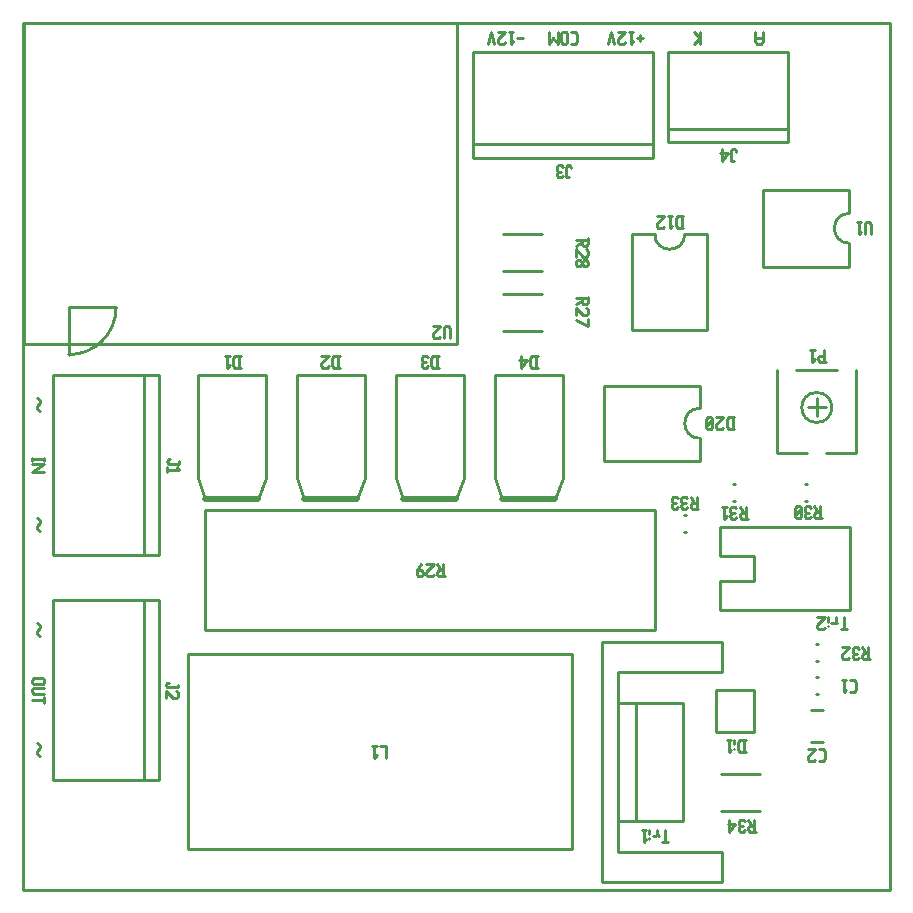
<source format=gbr>
G04 start of page 8 for group -4079 idx -4079 *
G04 Title: (unknown), topsilk *
G04 Creator: pcb 20110918 *
G04 CreationDate: Tue 27 May 2014 02:17:58 AM GMT UTC *
G04 For: railfan *
G04 Format: Gerber/RS-274X *
G04 PCB-Dimensions: 290000 290000 *
G04 PCB-Coordinate-Origin: lower left *
%MOIN*%
%FSLAX25Y25*%
%LNTOPSILK*%
%ADD86C,0.0200*%
%ADD85C,0.0100*%
G54D85*X15702Y194630D02*X31457D01*
X15702D02*Y178858D01*
X500Y289500D02*X289500D01*
Y500D01*
X500D02*Y289500D01*
X289500Y500D02*X500D01*
X15702Y178859D02*G75*G03X31456Y194613I0J15754D01*G01*
X205000Y284500D02*X207000D01*
X206000Y285500D02*Y283500D01*
X203800Y283300D02*X203000Y282500D01*
Y286500D02*Y282500D01*
X202300Y286500D02*X203800D01*
X201100Y283000D02*X200600Y282500D01*
X199100D02*X200600D01*
X199100D02*X198600Y283000D01*
Y284000D02*Y283000D01*
X201100Y286500D02*X198600Y284000D01*
Y286500D02*X201100D01*
X197400Y282500D02*X196400Y286500D01*
X195400Y282500D01*
X183000Y286500D02*X184300D01*
X185000Y285800D02*X184300Y286500D01*
X185000Y285800D02*Y283200D01*
X184300Y282500D01*
X183000D02*X184300D01*
X181800Y286000D02*Y283000D01*
X181300Y282500D01*
X180300D02*X181300D01*
X180300D02*X179800Y283000D01*
Y286000D02*Y283000D01*
X180300Y286500D02*X179800Y286000D01*
X180300Y286500D02*X181300D01*
X181800Y286000D02*X181300Y286500D01*
X178600D02*Y282500D01*
X177100Y284500D01*
X175600Y282500D01*
Y286500D02*Y282500D01*
X165000Y284500D02*X167000D01*
X163800Y283300D02*X163000Y282500D01*
Y286500D02*Y282500D01*
X162300Y286500D02*X163800D01*
X161100Y283000D02*X160600Y282500D01*
X159100D02*X160600D01*
X159100D02*X158600Y283000D01*
Y284000D02*Y283000D01*
X161100Y286500D02*X158600Y284000D01*
Y286500D02*X161100D01*
X157400Y282500D02*X156400Y286500D01*
X155400Y282500D01*
X247000Y286500D02*Y283500D01*
X246300Y282500D01*
X245200D02*X246300D01*
X245200D02*X244500Y283500D01*
Y286500D02*Y283500D01*
Y284500D02*X247000D01*
X226000Y286500D02*Y282500D01*
Y284500D02*X224000Y282500D01*
X226000Y284500D02*X224000Y286500D01*
X5200Y164500D02*X6100Y163600D01*
Y162700D01*
X5200Y161800D01*
Y160900D01*
X6100Y160000D01*
X7500Y144500D02*Y143500D01*
X3500Y144000D02*X7500D01*
X3500Y144500D02*Y143500D01*
Y142300D02*X7500D01*
X3500Y139800D01*
X7500D01*
X5200Y124500D02*X6100Y123600D01*
Y122700D01*
X5200Y121800D01*
Y120900D01*
X6100Y120000D01*
X4000Y71000D02*X7000D01*
X7500Y70500D01*
Y69500D01*
X7000Y69000D01*
X4000D02*X7000D01*
X3500Y69500D02*X4000Y69000D01*
X3500Y70500D02*Y69500D01*
X4000Y71000D02*X3500Y70500D01*
X4000Y67800D02*X7500D01*
X4000D02*X3500Y67300D01*
Y66300D01*
X4000Y65800D01*
X7500D01*
Y64600D02*Y62600D01*
X3500Y63600D02*X7500D01*
X5200Y49500D02*X6100Y48600D01*
Y47700D01*
X5200Y46800D01*
Y45900D01*
X6100Y45000D01*
X5200Y89500D02*X6100Y88600D01*
Y87700D01*
X5200Y86800D01*
Y85900D01*
X6100Y85000D01*
X10300Y172000D02*Y112000D01*
X45700Y172000D02*Y112000D01*
X40800Y172000D02*Y112000D01*
X10300Y172000D02*X45700D01*
X10300Y112000D02*X45700D01*
G54D86*X61100Y130900D02*X78900D01*
G54D85*X81400Y137900D01*
Y172100D02*Y137900D01*
X58600Y172100D02*X81400D01*
X58600D02*Y137900D01*
X61100Y130900D01*
G54D86*X94100D02*X111900D01*
G54D85*X114400Y137900D01*
Y172100D02*Y137900D01*
X91600Y172100D02*X114400D01*
X91600D02*Y137900D01*
X94100Y130900D01*
X741Y289512D02*X145230D01*
X741D02*Y182425D01*
X145230Y289512D02*Y182425D01*
X741D02*X145230D01*
X10300Y97000D02*Y37000D01*
X45700Y97000D02*Y37000D01*
X40800Y97000D02*Y37000D01*
X10300Y97000D02*X45700D01*
X10300Y37000D02*X45700D01*
X61000Y127000D02*X211000D01*
X61000Y87000D02*X211000D01*
X61000D02*Y127000D01*
X211000Y87000D02*Y127000D01*
X276209Y121280D02*Y93720D01*
X232709Y121280D02*X276209D01*
X232709Y93720D02*X276209D01*
X232709Y121280D02*Y111700D01*
X244209D01*
X232709Y103300D02*Y93720D01*
Y103300D02*X244209D01*
Y111700D02*Y103300D01*
X55500Y14000D02*X183500D01*
X55500Y79000D02*X183500D01*
Y14000D01*
X55500Y79000D02*Y14000D01*
X220343Y62685D02*Y23315D01*
X198689Y73000D02*Y13000D01*
X204595Y62685D02*Y23315D01*
X198689Y62685D02*X220343D01*
X198689Y23315D02*X220343D01*
X193500Y83000D02*Y3000D01*
X233500D01*
Y13000D02*Y3000D01*
X198689Y13000D02*X233500D01*
X193500Y83000D02*X233500D01*
Y73000D01*
X198689D02*X233500D01*
X264607Y76745D02*X265393D01*
X264607Y82255D02*X265393D01*
X261107Y130245D02*X261893D01*
X261107Y135755D02*X261893D01*
X264607Y71255D02*X265393D01*
X264607Y65745D02*X265393D01*
X263032Y60314D02*X266968D01*
X263032Y49686D02*X266968D01*
X275870Y233795D02*Y226000D01*
Y216000D02*Y208205D01*
X247130D02*X275870D01*
X247130Y233795D02*Y208205D01*
Y233795D02*X275870D01*
Y226000D02*G75*G03X275870Y216000I0J-5000D01*G01*
G54D86*X127100Y130900D02*X144900D01*
G54D85*X147400Y137900D01*
Y172100D02*Y137900D01*
X124600Y172100D02*X147400D01*
X124600D02*Y137900D01*
X127100Y130900D01*
G54D86*X160100D02*X177900D01*
G54D85*X180400Y137900D01*
Y172100D02*Y137900D01*
X157600Y172100D02*X180400D01*
X157600D02*Y137900D01*
X160100Y130900D01*
X220607Y125255D02*X221393D01*
X220607Y119745D02*X221393D01*
X237107Y135755D02*X237893D01*
X237107Y130245D02*X237893D01*
X226000Y168500D02*Y161000D01*
Y151000D02*Y143500D01*
X194000D02*X226000D01*
X194000Y168500D02*Y143500D01*
Y168500D02*X226000D01*
Y161000D02*G75*G03X226000Y151000I0J-5000D01*G01*
X278209Y173858D02*Y146142D01*
X268200D02*X278209D01*
X251791D02*X261800D01*
X251791Y173858D02*Y146142D01*
X258200Y173858D02*X271800D01*
X265000Y164260D02*Y158260D01*
X262000Y161260D02*X268000D01*
X265000Y166260D02*G75*G03X265000Y166260I0J-5000D01*G01*
X244246Y67121D02*Y53221D01*
X231446Y67121D02*X244246D01*
X231446D02*Y53221D01*
X244246D01*
X233000Y26900D02*X246000D01*
X233000Y39100D02*X246000D01*
X160500Y219100D02*X173500D01*
X160500Y206900D02*X173500D01*
X160500Y199100D02*X173500D01*
X160500Y186900D02*X173500D01*
X203500Y219000D02*X211000D01*
X221000D02*X228500D01*
Y187000D01*
X203500D02*X228500D01*
X203500Y219000D02*Y187000D01*
X211000Y219000D02*G75*G03X221000Y219000I5000J0D01*G01*
X150500Y279700D02*X210500D01*
X150500Y244300D02*X210500D01*
X150500Y249200D02*X210500D01*
Y279700D02*Y244300D01*
X150500Y279700D02*Y244300D01*
X215500Y279800D02*X255500D01*
X215500Y249800D02*X255500D01*
X215500Y254200D02*X255500D01*
Y279800D02*Y249800D01*
X215500Y279800D02*Y249800D01*
X52500Y143300D02*Y142500D01*
X49000D02*X52500D01*
X48500Y143000D02*X49000Y142500D01*
X48500Y143500D02*Y143000D01*
X49000Y144000D02*X48500Y143500D01*
X49000Y144000D02*X49500D01*
X51700Y141300D02*X52500Y140500D01*
X48500D02*X52500D01*
X48500Y141300D02*Y139800D01*
X72500Y178500D02*Y174500D01*
X71200D02*X70500Y175200D01*
Y177800D02*Y175200D01*
X71200Y178500D02*X70500Y177800D01*
X71200Y178500D02*X73000D01*
X71200Y174500D02*X73000D01*
X69300Y175300D02*X68500Y174500D01*
Y178500D02*Y174500D01*
X67800Y178500D02*X69300D01*
X105500D02*Y174500D01*
X104200D02*X103500Y175200D01*
Y177800D02*Y175200D01*
X104200Y178500D02*X103500Y177800D01*
X104200Y178500D02*X106000D01*
X104200Y174500D02*X106000D01*
X102300Y175000D02*X101800Y174500D01*
X100300D02*X101800D01*
X100300D02*X99800Y175000D01*
Y176000D02*Y175000D01*
X102300Y178500D02*X99800Y176000D01*
Y178500D02*X102300D01*
X239922Y124207D02*X241922D01*
X239922D02*X239422Y124707D01*
Y125707D02*Y124707D01*
X239922Y126207D02*X239422Y125707D01*
X239922Y126207D02*X241422D01*
Y128207D02*Y124207D01*
X240622Y126207D02*X239422Y128207D01*
X238222Y124707D02*X237722Y124207D01*
X236722D02*X237722D01*
X236722D02*X236222Y124707D01*
X236722Y128207D02*X236222Y127707D01*
X236722Y128207D02*X237722D01*
X238222Y127707D02*X237722Y128207D01*
X236722Y126007D02*X237722D01*
X236222Y125507D02*Y124707D01*
Y127707D02*Y126507D01*
X236722Y126007D01*
X236222Y125507D02*X236722Y126007D01*
X235022Y125007D02*X234222Y124207D01*
Y128207D02*Y124207D01*
X233522Y128207D02*X235022D01*
X240779Y50446D02*Y46446D01*
X239479D02*X238779Y47146D01*
Y49746D02*Y47146D01*
X239479Y50446D02*X238779Y49746D01*
X239479Y50446D02*X241279D01*
X239479Y46446D02*X241279D01*
X237579Y47546D02*Y47446D01*
Y50446D02*Y48946D01*
X236579Y47246D02*X235779Y46446D01*
Y50446D02*Y46446D01*
X235079Y50446D02*X236579D01*
X242650Y19850D02*X244650D01*
X242650D02*X242150Y20350D01*
Y21350D02*Y20350D01*
X242650Y21850D02*X242150Y21350D01*
X242650Y21850D02*X244150D01*
Y23850D02*Y19850D01*
X243350Y21850D02*X242150Y23850D01*
X240950Y20350D02*X240450Y19850D01*
X239450D02*X240450D01*
X239450D02*X238950Y20350D01*
X239450Y23850D02*X238950Y23350D01*
X239450Y23850D02*X240450D01*
X240950Y23350D02*X240450Y23850D01*
X239450Y21650D02*X240450D01*
X238950Y21150D02*Y20350D01*
Y23350D02*Y22150D01*
X239450Y21650D01*
X238950Y21150D02*X239450Y21650D01*
X237750Y22350D02*X235750Y19850D01*
X235250Y22350D02*X237750D01*
X235750Y23850D02*Y19850D01*
X213500Y16500D02*X215500D01*
X214500Y20500D02*Y16500D01*
X211800Y20500D02*Y19000D01*
X211300Y18500D01*
X210300D02*X211300D01*
X212300D02*X211800Y19000D01*
X209100Y17600D02*Y17500D01*
Y20500D02*Y19000D01*
X208100Y17300D02*X207300Y16500D01*
Y20500D02*Y16500D01*
X206600Y20500D02*X208100D01*
X139000Y105000D02*X141000D01*
X139000D02*X138500Y105500D01*
Y106500D02*Y105500D01*
X139000Y107000D02*X138500Y106500D01*
X139000Y107000D02*X140500D01*
Y109000D02*Y105000D01*
X139700Y107000D02*X138500Y109000D01*
X137300Y105500D02*X136800Y105000D01*
X135300D02*X136800D01*
X135300D02*X134800Y105500D01*
Y106500D02*Y105500D01*
X137300Y109000D02*X134800Y106500D01*
Y109000D02*X137300D01*
X133100D02*X131600Y107000D01*
Y105500D01*
X132100Y105000D02*X131600Y105500D01*
X132100Y105000D02*X133100D01*
X133600Y105500D02*X133100Y105000D01*
X133600Y106500D02*Y105500D01*
Y106500D02*X133100Y107000D01*
X131600D02*X133100D01*
X121500Y48500D02*Y44500D01*
X119500Y48500D02*X121500D01*
X118300Y45300D02*X117500Y44500D01*
Y48500D02*Y44500D01*
X116800Y48500D02*X118300D01*
X52000Y68800D02*Y68000D01*
X48500D02*X52000D01*
X48000Y68500D02*X48500Y68000D01*
X48000Y69000D02*Y68500D01*
X48500Y69500D02*X48000Y69000D01*
X48500Y69500D02*X49000D01*
X51500Y66800D02*X52000Y66300D01*
Y64800D01*
X51500Y64300D01*
X50500D02*X51500D01*
X48000Y66800D02*X50500Y64300D01*
X48000Y66800D02*Y64300D01*
X273000Y87291D02*X275000D01*
X274000Y91291D02*Y87291D01*
X271300Y91291D02*Y89791D01*
X270800Y89291D01*
X269800D02*X270800D01*
X271800D02*X271300Y89791D01*
X268600Y88391D02*Y88291D01*
Y91291D02*Y89791D01*
X267600Y87791D02*X267100Y87291D01*
X265600D02*X267100D01*
X265600D02*X265100Y87791D01*
Y88791D02*Y87791D01*
X267600Y91291D02*X265100Y88791D01*
Y91291D02*X267600D01*
X280650Y77350D02*X282650D01*
X280650D02*X280150Y77850D01*
Y78850D02*Y77850D01*
X280650Y79350D02*X280150Y78850D01*
X280650Y79350D02*X282150D01*
Y81350D02*Y77350D01*
X281350Y79350D02*X280150Y81350D01*
X278950Y77850D02*X278450Y77350D01*
X277450D02*X278450D01*
X277450D02*X276950Y77850D01*
X277450Y81350D02*X276950Y80850D01*
X277450Y81350D02*X278450D01*
X278950Y80850D02*X278450Y81350D01*
X277450Y79150D02*X278450D01*
X276950Y78650D02*Y77850D01*
Y80850D02*Y79650D01*
X277450Y79150D01*
X276950Y78650D02*X277450Y79150D01*
X275750Y77850D02*X275250Y77350D01*
X273750D02*X275250D01*
X273750D02*X273250Y77850D01*
Y78850D02*Y77850D01*
X275750Y81350D02*X273250Y78850D01*
Y81350D02*X275750D01*
X276064Y70350D02*X277364D01*
X278064Y69650D02*X277364Y70350D01*
X278064Y69650D02*Y67050D01*
X277364Y66350D01*
X276064D02*X277364D01*
X274864Y67150D02*X274064Y66350D01*
Y70350D02*Y66350D01*
X273364Y70350D02*X274864D01*
X265650Y47350D02*X266950D01*
X267650Y46650D02*X266950Y47350D01*
X267650Y46650D02*Y44050D01*
X266950Y43350D01*
X265650D02*X266950D01*
X264450Y43850D02*X263950Y43350D01*
X262450D02*X263950D01*
X262450D02*X261950Y43850D01*
Y44850D02*Y43850D01*
X264450Y47350D02*X261950Y44850D01*
Y47350D02*X264450D01*
X264693Y124350D02*X266693D01*
X264693D02*X264193Y124850D01*
Y125850D02*Y124850D01*
X264693Y126350D02*X264193Y125850D01*
X264693Y126350D02*X266193D01*
Y128350D02*Y124350D01*
X265393Y126350D02*X264193Y128350D01*
X262993Y124850D02*X262493Y124350D01*
X261493D02*X262493D01*
X261493D02*X260993Y124850D01*
X261493Y128350D02*X260993Y127850D01*
X261493Y128350D02*X262493D01*
X262993Y127850D02*X262493Y128350D01*
X261493Y126150D02*X262493D01*
X260993Y125650D02*Y124850D01*
Y127850D02*Y126650D01*
X261493Y126150D01*
X260993Y125650D02*X261493Y126150D01*
X259793Y127850D02*X259293Y128350D01*
X259793Y127850D02*Y124850D01*
X259293Y124350D01*
X258293D02*X259293D01*
X258293D02*X257793Y124850D01*
Y127850D02*Y124850D01*
X258293Y128350D02*X257793Y127850D01*
X258293Y128350D02*X259293D01*
X259793Y127350D02*X257793Y125350D01*
X283000Y222500D02*Y219000D01*
Y222500D02*X282500Y223000D01*
X281500D02*X282500D01*
X281500D02*X281000Y222500D01*
Y219000D01*
X279800Y219800D02*X279000Y219000D01*
Y223000D02*Y219000D01*
X278300Y223000D02*X279800D01*
X223500Y127500D02*X225500D01*
X223500D02*X223000Y128000D01*
Y129000D02*Y128000D01*
X223500Y129500D02*X223000Y129000D01*
X223500Y129500D02*X225000D01*
Y131500D02*Y127500D01*
X224200Y129500D02*X223000Y131500D01*
X221800Y128000D02*X221300Y127500D01*
X220300D02*X221300D01*
X220300D02*X219800Y128000D01*
X220300Y131500D02*X219800Y131000D01*
X220300Y131500D02*X221300D01*
X221800Y131000D02*X221300Y131500D01*
X220300Y129300D02*X221300D01*
X219800Y128800D02*Y128000D01*
Y131000D02*Y129800D01*
X220300Y129300D01*
X219800Y128800D02*X220300Y129300D01*
X218600Y128000D02*X218100Y127500D01*
X217100D02*X218100D01*
X217100D02*X216600Y128000D01*
X217100Y131500D02*X216600Y131000D01*
X217100Y131500D02*X218100D01*
X218600Y131000D02*X218100Y131500D01*
X217100Y129300D02*X218100D01*
X216600Y128800D02*Y128000D01*
Y131000D02*Y129800D01*
X217100Y129300D01*
X216600Y128800D02*X217100Y129300D01*
X237050Y157950D02*Y153950D01*
X235750D02*X235050Y154650D01*
Y157250D02*Y154650D01*
X235750Y157950D02*X235050Y157250D01*
X235750Y157950D02*X237550D01*
X235750Y153950D02*X237550D01*
X233850Y154450D02*X233350Y153950D01*
X231850D02*X233350D01*
X231850D02*X231350Y154450D01*
Y155450D02*Y154450D01*
X233850Y157950D02*X231350Y155450D01*
Y157950D02*X233850D01*
X230150Y157450D02*X229650Y157950D01*
X230150Y157450D02*Y154450D01*
X229650Y153950D01*
X228650D02*X229650D01*
X228650D02*X228150Y154450D01*
Y157450D02*Y154450D01*
X228650Y157950D02*X228150Y157450D01*
X228650Y157950D02*X229650D01*
X230150Y156950D02*X228150Y154950D01*
X220000Y225000D02*Y221000D01*
X218700D02*X218000Y221700D01*
Y224300D02*Y221700D01*
X218700Y225000D02*X218000Y224300D01*
X218700Y225000D02*X220500D01*
X218700Y221000D02*X220500D01*
X216800Y221800D02*X216000Y221000D01*
Y225000D02*Y221000D01*
X215300Y225000D02*X216800D01*
X214100Y221500D02*X213600Y221000D01*
X212100D02*X213600D01*
X212100D02*X211600Y221500D01*
Y222500D02*Y221500D01*
X214100Y225000D02*X211600Y222500D01*
Y225000D02*X214100D01*
X181500Y238000D02*X182300D01*
X181500Y241500D02*Y238000D01*
X182000Y242000D02*X181500Y241500D01*
X182000Y242000D02*X182500D01*
X183000Y241500D02*X182500Y242000D01*
X183000Y241500D02*Y241000D01*
X180300Y238500D02*X179800Y238000D01*
X178800D02*X179800D01*
X178800D02*X178300Y238500D01*
X178800Y242000D02*X178300Y241500D01*
X178800Y242000D02*X179800D01*
X180300Y241500D02*X179800Y242000D01*
X178800Y239800D02*X179800D01*
X178300Y239300D02*Y238500D01*
Y241500D02*Y240300D01*
X178800Y239800D01*
X178300Y239300D02*X178800Y239800D01*
X236500Y243500D02*X237300D01*
X236500Y247000D02*Y243500D01*
X237000Y247500D02*X236500Y247000D01*
X237000Y247500D02*X237500D01*
X238000Y247000D02*X237500Y247500D01*
X238000Y247000D02*Y246500D01*
X235300Y246000D02*X233300Y243500D01*
X232800Y246000D02*X235300D01*
X233300Y247500D02*Y243500D01*
X138500Y178500D02*Y174500D01*
X137200D02*X136500Y175200D01*
Y177800D02*Y175200D01*
X137200Y178500D02*X136500Y177800D01*
X137200Y178500D02*X139000D01*
X137200Y174500D02*X139000D01*
X135300Y175000D02*X134800Y174500D01*
X133800D02*X134800D01*
X133800D02*X133300Y175000D01*
X133800Y178500D02*X133300Y178000D01*
X133800Y178500D02*X134800D01*
X135300Y178000D02*X134800Y178500D01*
X133800Y176300D02*X134800D01*
X133300Y175800D02*Y175000D01*
Y178000D02*Y176800D01*
X133800Y176300D01*
X133300Y175800D02*X133800Y176300D01*
X171500Y178500D02*Y174500D01*
X170200D02*X169500Y175200D01*
Y177800D02*Y175200D01*
X170200Y178500D02*X169500Y177800D01*
X170200Y178500D02*X172000D01*
X170200Y174500D02*X172000D01*
X168300Y177000D02*X166300Y174500D01*
X165800Y177000D02*X168300D01*
X166300Y178500D02*Y174500D01*
X188650Y217650D02*Y215650D01*
X188150Y215150D01*
X187150D02*X188150D01*
X186650Y215650D02*X187150Y215150D01*
X186650Y217150D02*Y215650D01*
X184650Y217150D02*X188650D01*
X186650Y216350D02*X184650Y215150D01*
X188150Y213950D02*X188650Y213450D01*
Y211950D01*
X188150Y211450D01*
X187150D02*X188150D01*
X184650Y213950D02*X187150Y211450D01*
X184650Y213950D02*Y211450D01*
X185150Y210250D02*X184650Y209750D01*
X185150Y210250D02*X185950D01*
X186650Y209550D01*
Y208950D01*
X185950Y208250D01*
X185150D02*X185950D01*
X184650Y208750D02*X185150Y208250D01*
X184650Y209750D02*Y208750D01*
X187350Y210250D02*X186650Y209550D01*
X187350Y210250D02*X188150D01*
X188650Y209750D01*
Y208750D01*
X188150Y208250D01*
X187350D02*X188150D01*
X186650Y208950D02*X187350Y208250D01*
X188650Y198150D02*Y196150D01*
X188150Y195650D01*
X187150D02*X188150D01*
X186650Y196150D02*X187150Y195650D01*
X186650Y197650D02*Y196150D01*
X184650Y197650D02*X188650D01*
X186650Y196850D02*X184650Y195650D01*
X188150Y194450D02*X188650Y193950D01*
Y192450D01*
X188150Y191950D01*
X187150D02*X188150D01*
X184650Y194450D02*X187150Y191950D01*
X184650Y194450D02*Y191950D01*
Y190250D02*X188650Y188250D01*
Y190750D02*Y188250D01*
X142702Y187807D02*Y184307D01*
Y187807D02*X142202Y188307D01*
X141202D02*X142202D01*
X141202D02*X140702Y187807D01*
Y184307D01*
X139502Y184807D02*X139002Y184307D01*
X137502D02*X139002D01*
X137502D02*X137002Y184807D01*
Y185807D02*Y184807D01*
X139502Y188307D02*X137002Y185807D01*
Y188307D02*X139502D01*
X267500Y180500D02*Y176500D01*
X266000D02*X268000D01*
X266000D02*X265500Y177000D01*
Y178000D02*Y177000D01*
X266000Y178500D02*X265500Y178000D01*
X266000Y178500D02*X267500D01*
X264300Y177300D02*X263500Y176500D01*
Y180500D02*Y176500D01*
X262800Y180500D02*X264300D01*
M02*

</source>
